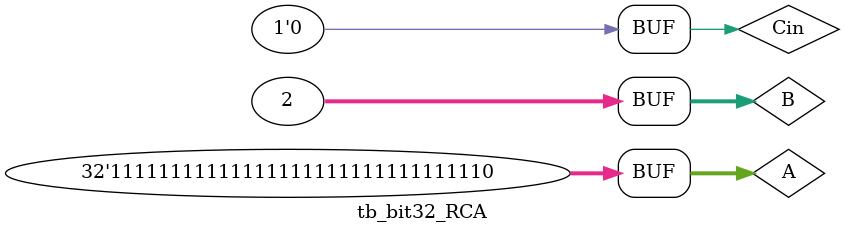
<source format=v>
`timescale 1ns / 1ps

module tb_bit32_RCA;
    reg [31:0] A, B;
    reg Cin;
    wire [39:0] Sum;
    wire Cout;
    
    bit32_RCA RCA(A,B,Cin,Sum,Cout);
    
    initial begin
        A = 32'd0; B = 32'd0; Cin = 0;
        #10;
        A = 32'd8; B = 32'd9; Cin = 0;
        #10
        A = 32'd33; B = 32'd66; Cin = 1;
        #10
        A = 32'b11111111_11111111_11111111_11111110;
        B = 32'b00000000_00000000_00000000_00000010;
        Cin = 0;
    end
endmodule

</source>
